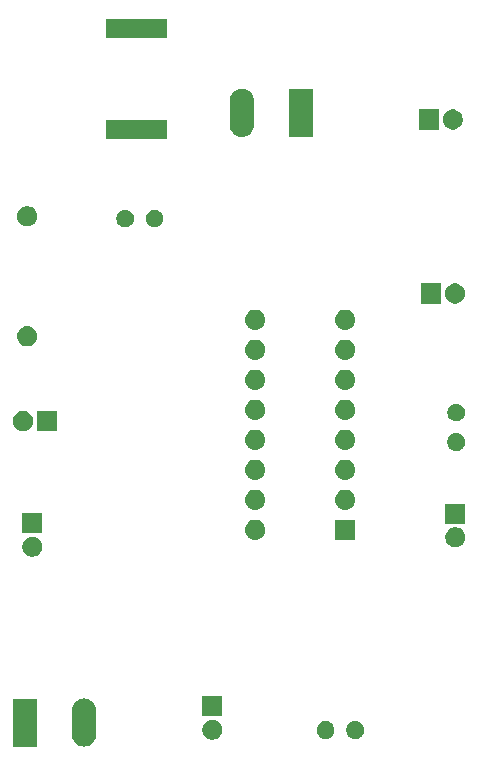
<source format=gbr>
G04 #@! TF.GenerationSoftware,KiCad,Pcbnew,5.0.2-5.fc29*
G04 #@! TF.CreationDate,2019-02-28T05:09:39+01:00*
G04 #@! TF.ProjectId,tea2025b_amp,74656132-3032-4356-925f-616d702e6b69,v1.0*
G04 #@! TF.SameCoordinates,Original*
G04 #@! TF.FileFunction,Soldermask,Bot*
G04 #@! TF.FilePolarity,Negative*
%FSLAX46Y46*%
G04 Gerber Fmt 4.6, Leading zero omitted, Abs format (unit mm)*
G04 Created by KiCad (PCBNEW 5.0.2-5.fc29) date czw, 28 lut 2019, 05:09:39*
%MOMM*%
%LPD*%
G01*
G04 APERTURE LIST*
%ADD10C,0.200000*%
G04 APERTURE END LIST*
D10*
G36*
X88770071Y-151908063D02*
X88900890Y-151947747D01*
X88966301Y-151967589D01*
X89062965Y-152019257D01*
X89147146Y-152064253D01*
X89147148Y-152064254D01*
X89147147Y-152064254D01*
X89305659Y-152194341D01*
X89435746Y-152352852D01*
X89532411Y-152533698D01*
X89552253Y-152599109D01*
X89591937Y-152729928D01*
X89607000Y-152882868D01*
X89607000Y-154965132D01*
X89591937Y-155118072D01*
X89552253Y-155248891D01*
X89532411Y-155314302D01*
X89435746Y-155495148D01*
X89305659Y-155653659D01*
X89147148Y-155783746D01*
X88966302Y-155880411D01*
X88900891Y-155900253D01*
X88770072Y-155939937D01*
X88566000Y-155960036D01*
X88361929Y-155939937D01*
X88231110Y-155900253D01*
X88165699Y-155880411D01*
X87984853Y-155783746D01*
X87826342Y-155653659D01*
X87696255Y-155495148D01*
X87599590Y-155314302D01*
X87579748Y-155248891D01*
X87540064Y-155118072D01*
X87525001Y-154965132D01*
X87525000Y-152882869D01*
X87540063Y-152729929D01*
X87599589Y-152533700D01*
X87599589Y-152533699D01*
X87696254Y-152352853D01*
X87826341Y-152194341D01*
X87984852Y-152064254D01*
X88165698Y-151967589D01*
X88231109Y-151947747D01*
X88361928Y-151908063D01*
X88566000Y-151887964D01*
X88770071Y-151908063D01*
X88770071Y-151908063D01*
G37*
G36*
X84607000Y-155955000D02*
X82525000Y-155955000D01*
X82525000Y-151893000D01*
X84607000Y-151893000D01*
X84607000Y-155955000D01*
X84607000Y-155955000D01*
G37*
G36*
X99689228Y-153708703D02*
X99844100Y-153772853D01*
X99983481Y-153865985D01*
X100102015Y-153984519D01*
X100195147Y-154123900D01*
X100259297Y-154278772D01*
X100292000Y-154443184D01*
X100292000Y-154610816D01*
X100259297Y-154775228D01*
X100195147Y-154930100D01*
X100102015Y-155069481D01*
X99983481Y-155188015D01*
X99844100Y-155281147D01*
X99689228Y-155345297D01*
X99524816Y-155378000D01*
X99357184Y-155378000D01*
X99192772Y-155345297D01*
X99037900Y-155281147D01*
X98898519Y-155188015D01*
X98779985Y-155069481D01*
X98686853Y-154930100D01*
X98622703Y-154775228D01*
X98590000Y-154610816D01*
X98590000Y-154443184D01*
X98622703Y-154278772D01*
X98686853Y-154123900D01*
X98779985Y-153984519D01*
X98898519Y-153865985D01*
X99037900Y-153772853D01*
X99192772Y-153708703D01*
X99357184Y-153676000D01*
X99524816Y-153676000D01*
X99689228Y-153708703D01*
X99689228Y-153708703D01*
G37*
G36*
X109162004Y-153819544D02*
X109249059Y-153836860D01*
X109385732Y-153893472D01*
X109385733Y-153893473D01*
X109508738Y-153975662D01*
X109613338Y-154080262D01*
X109613340Y-154080265D01*
X109695528Y-154203268D01*
X109752140Y-154339941D01*
X109781000Y-154485033D01*
X109781000Y-154632967D01*
X109752140Y-154778059D01*
X109695528Y-154914732D01*
X109695527Y-154914733D01*
X109613338Y-155037738D01*
X109508738Y-155142338D01*
X109508735Y-155142340D01*
X109385732Y-155224528D01*
X109249059Y-155281140D01*
X109162004Y-155298456D01*
X109103969Y-155310000D01*
X108956031Y-155310000D01*
X108897996Y-155298456D01*
X108810941Y-155281140D01*
X108674268Y-155224528D01*
X108551265Y-155142340D01*
X108551262Y-155142338D01*
X108446662Y-155037738D01*
X108364473Y-154914733D01*
X108364472Y-154914732D01*
X108307860Y-154778059D01*
X108279000Y-154632967D01*
X108279000Y-154485033D01*
X108307860Y-154339941D01*
X108364472Y-154203268D01*
X108446660Y-154080265D01*
X108446662Y-154080262D01*
X108551262Y-153975662D01*
X108674267Y-153893473D01*
X108674268Y-153893472D01*
X108810941Y-153836860D01*
X108897996Y-153819544D01*
X108956031Y-153808000D01*
X109103969Y-153808000D01*
X109162004Y-153819544D01*
X109162004Y-153819544D01*
G37*
G36*
X111662004Y-153819544D02*
X111749059Y-153836860D01*
X111885732Y-153893472D01*
X111885733Y-153893473D01*
X112008738Y-153975662D01*
X112113338Y-154080262D01*
X112113340Y-154080265D01*
X112195528Y-154203268D01*
X112252140Y-154339941D01*
X112281000Y-154485033D01*
X112281000Y-154632967D01*
X112252140Y-154778059D01*
X112195528Y-154914732D01*
X112195527Y-154914733D01*
X112113338Y-155037738D01*
X112008738Y-155142338D01*
X112008735Y-155142340D01*
X111885732Y-155224528D01*
X111749059Y-155281140D01*
X111662004Y-155298456D01*
X111603969Y-155310000D01*
X111456031Y-155310000D01*
X111397996Y-155298456D01*
X111310941Y-155281140D01*
X111174268Y-155224528D01*
X111051265Y-155142340D01*
X111051262Y-155142338D01*
X110946662Y-155037738D01*
X110864473Y-154914733D01*
X110864472Y-154914732D01*
X110807860Y-154778059D01*
X110779000Y-154632967D01*
X110779000Y-154485033D01*
X110807860Y-154339941D01*
X110864472Y-154203268D01*
X110946660Y-154080265D01*
X110946662Y-154080262D01*
X111051262Y-153975662D01*
X111174267Y-153893473D01*
X111174268Y-153893472D01*
X111310941Y-153836860D01*
X111397996Y-153819544D01*
X111456031Y-153808000D01*
X111603969Y-153808000D01*
X111662004Y-153819544D01*
X111662004Y-153819544D01*
G37*
G36*
X100292000Y-153378000D02*
X98590000Y-153378000D01*
X98590000Y-151676000D01*
X100292000Y-151676000D01*
X100292000Y-153378000D01*
X100292000Y-153378000D01*
G37*
G36*
X84449228Y-138214703D02*
X84604100Y-138278853D01*
X84743481Y-138371985D01*
X84862015Y-138490519D01*
X84955147Y-138629900D01*
X85019297Y-138784772D01*
X85052000Y-138949184D01*
X85052000Y-139116816D01*
X85019297Y-139281228D01*
X84955147Y-139436100D01*
X84862015Y-139575481D01*
X84743481Y-139694015D01*
X84604100Y-139787147D01*
X84449228Y-139851297D01*
X84284816Y-139884000D01*
X84117184Y-139884000D01*
X83952772Y-139851297D01*
X83797900Y-139787147D01*
X83658519Y-139694015D01*
X83539985Y-139575481D01*
X83446853Y-139436100D01*
X83382703Y-139281228D01*
X83350000Y-139116816D01*
X83350000Y-138949184D01*
X83382703Y-138784772D01*
X83446853Y-138629900D01*
X83539985Y-138490519D01*
X83658519Y-138371985D01*
X83797900Y-138278853D01*
X83952772Y-138214703D01*
X84117184Y-138182000D01*
X84284816Y-138182000D01*
X84449228Y-138214703D01*
X84449228Y-138214703D01*
G37*
G36*
X120263228Y-137421703D02*
X120418100Y-137485853D01*
X120557481Y-137578985D01*
X120676015Y-137697519D01*
X120769147Y-137836900D01*
X120833297Y-137991772D01*
X120866000Y-138156184D01*
X120866000Y-138323816D01*
X120833297Y-138488228D01*
X120769147Y-138643100D01*
X120676015Y-138782481D01*
X120557481Y-138901015D01*
X120418100Y-138994147D01*
X120263228Y-139058297D01*
X120098816Y-139091000D01*
X119931184Y-139091000D01*
X119766772Y-139058297D01*
X119611900Y-138994147D01*
X119472519Y-138901015D01*
X119353985Y-138782481D01*
X119260853Y-138643100D01*
X119196703Y-138488228D01*
X119164000Y-138323816D01*
X119164000Y-138156184D01*
X119196703Y-137991772D01*
X119260853Y-137836900D01*
X119353985Y-137697519D01*
X119472519Y-137578985D01*
X119611900Y-137485853D01*
X119766772Y-137421703D01*
X119931184Y-137389000D01*
X120098816Y-137389000D01*
X120263228Y-137421703D01*
X120263228Y-137421703D01*
G37*
G36*
X103226821Y-136765313D02*
X103226824Y-136765314D01*
X103226825Y-136765314D01*
X103387239Y-136813975D01*
X103387241Y-136813976D01*
X103387244Y-136813977D01*
X103535078Y-136892995D01*
X103664659Y-136999341D01*
X103771005Y-137128922D01*
X103850023Y-137276756D01*
X103850024Y-137276759D01*
X103850025Y-137276761D01*
X103893993Y-137421704D01*
X103898687Y-137437179D01*
X103915117Y-137604000D01*
X103898687Y-137770821D01*
X103898686Y-137770824D01*
X103898686Y-137770825D01*
X103864355Y-137884000D01*
X103850023Y-137931244D01*
X103771005Y-138079078D01*
X103664659Y-138208659D01*
X103535078Y-138315005D01*
X103387244Y-138394023D01*
X103387241Y-138394024D01*
X103387239Y-138394025D01*
X103226825Y-138442686D01*
X103226824Y-138442686D01*
X103226821Y-138442687D01*
X103101804Y-138455000D01*
X103018196Y-138455000D01*
X102893179Y-138442687D01*
X102893176Y-138442686D01*
X102893175Y-138442686D01*
X102732761Y-138394025D01*
X102732759Y-138394024D01*
X102732756Y-138394023D01*
X102584922Y-138315005D01*
X102455341Y-138208659D01*
X102348995Y-138079078D01*
X102269977Y-137931244D01*
X102255646Y-137884000D01*
X102221314Y-137770825D01*
X102221314Y-137770824D01*
X102221313Y-137770821D01*
X102204883Y-137604000D01*
X102221313Y-137437179D01*
X102226007Y-137421704D01*
X102269975Y-137276761D01*
X102269976Y-137276759D01*
X102269977Y-137276756D01*
X102348995Y-137128922D01*
X102455341Y-136999341D01*
X102584922Y-136892995D01*
X102732756Y-136813977D01*
X102732759Y-136813976D01*
X102732761Y-136813975D01*
X102893175Y-136765314D01*
X102893176Y-136765314D01*
X102893179Y-136765313D01*
X103018196Y-136753000D01*
X103101804Y-136753000D01*
X103226821Y-136765313D01*
X103226821Y-136765313D01*
G37*
G36*
X111531000Y-138455000D02*
X109829000Y-138455000D01*
X109829000Y-136753000D01*
X111531000Y-136753000D01*
X111531000Y-138455000D01*
X111531000Y-138455000D01*
G37*
G36*
X85052000Y-137884000D02*
X83350000Y-137884000D01*
X83350000Y-136182000D01*
X85052000Y-136182000D01*
X85052000Y-137884000D01*
X85052000Y-137884000D01*
G37*
G36*
X120866000Y-137091000D02*
X119164000Y-137091000D01*
X119164000Y-135389000D01*
X120866000Y-135389000D01*
X120866000Y-137091000D01*
X120866000Y-137091000D01*
G37*
G36*
X103226821Y-134225313D02*
X103226824Y-134225314D01*
X103226825Y-134225314D01*
X103387239Y-134273975D01*
X103387241Y-134273976D01*
X103387244Y-134273977D01*
X103535078Y-134352995D01*
X103664659Y-134459341D01*
X103771005Y-134588922D01*
X103850023Y-134736756D01*
X103898687Y-134897179D01*
X103915117Y-135064000D01*
X103898687Y-135230821D01*
X103850023Y-135391244D01*
X103771005Y-135539078D01*
X103664659Y-135668659D01*
X103535078Y-135775005D01*
X103387244Y-135854023D01*
X103387241Y-135854024D01*
X103387239Y-135854025D01*
X103226825Y-135902686D01*
X103226824Y-135902686D01*
X103226821Y-135902687D01*
X103101804Y-135915000D01*
X103018196Y-135915000D01*
X102893179Y-135902687D01*
X102893176Y-135902686D01*
X102893175Y-135902686D01*
X102732761Y-135854025D01*
X102732759Y-135854024D01*
X102732756Y-135854023D01*
X102584922Y-135775005D01*
X102455341Y-135668659D01*
X102348995Y-135539078D01*
X102269977Y-135391244D01*
X102221313Y-135230821D01*
X102204883Y-135064000D01*
X102221313Y-134897179D01*
X102269977Y-134736756D01*
X102348995Y-134588922D01*
X102455341Y-134459341D01*
X102584922Y-134352995D01*
X102732756Y-134273977D01*
X102732759Y-134273976D01*
X102732761Y-134273975D01*
X102893175Y-134225314D01*
X102893176Y-134225314D01*
X102893179Y-134225313D01*
X103018196Y-134213000D01*
X103101804Y-134213000D01*
X103226821Y-134225313D01*
X103226821Y-134225313D01*
G37*
G36*
X110846821Y-134225313D02*
X110846824Y-134225314D01*
X110846825Y-134225314D01*
X111007239Y-134273975D01*
X111007241Y-134273976D01*
X111007244Y-134273977D01*
X111155078Y-134352995D01*
X111284659Y-134459341D01*
X111391005Y-134588922D01*
X111470023Y-134736756D01*
X111518687Y-134897179D01*
X111535117Y-135064000D01*
X111518687Y-135230821D01*
X111470023Y-135391244D01*
X111391005Y-135539078D01*
X111284659Y-135668659D01*
X111155078Y-135775005D01*
X111007244Y-135854023D01*
X111007241Y-135854024D01*
X111007239Y-135854025D01*
X110846825Y-135902686D01*
X110846824Y-135902686D01*
X110846821Y-135902687D01*
X110721804Y-135915000D01*
X110638196Y-135915000D01*
X110513179Y-135902687D01*
X110513176Y-135902686D01*
X110513175Y-135902686D01*
X110352761Y-135854025D01*
X110352759Y-135854024D01*
X110352756Y-135854023D01*
X110204922Y-135775005D01*
X110075341Y-135668659D01*
X109968995Y-135539078D01*
X109889977Y-135391244D01*
X109841313Y-135230821D01*
X109824883Y-135064000D01*
X109841313Y-134897179D01*
X109889977Y-134736756D01*
X109968995Y-134588922D01*
X110075341Y-134459341D01*
X110204922Y-134352995D01*
X110352756Y-134273977D01*
X110352759Y-134273976D01*
X110352761Y-134273975D01*
X110513175Y-134225314D01*
X110513176Y-134225314D01*
X110513179Y-134225313D01*
X110638196Y-134213000D01*
X110721804Y-134213000D01*
X110846821Y-134225313D01*
X110846821Y-134225313D01*
G37*
G36*
X110846821Y-131685313D02*
X110846824Y-131685314D01*
X110846825Y-131685314D01*
X111007239Y-131733975D01*
X111007241Y-131733976D01*
X111007244Y-131733977D01*
X111155078Y-131812995D01*
X111284659Y-131919341D01*
X111391005Y-132048922D01*
X111470023Y-132196756D01*
X111518687Y-132357179D01*
X111535117Y-132524000D01*
X111518687Y-132690821D01*
X111470023Y-132851244D01*
X111391005Y-132999078D01*
X111284659Y-133128659D01*
X111155078Y-133235005D01*
X111007244Y-133314023D01*
X111007241Y-133314024D01*
X111007239Y-133314025D01*
X110846825Y-133362686D01*
X110846824Y-133362686D01*
X110846821Y-133362687D01*
X110721804Y-133375000D01*
X110638196Y-133375000D01*
X110513179Y-133362687D01*
X110513176Y-133362686D01*
X110513175Y-133362686D01*
X110352761Y-133314025D01*
X110352759Y-133314024D01*
X110352756Y-133314023D01*
X110204922Y-133235005D01*
X110075341Y-133128659D01*
X109968995Y-132999078D01*
X109889977Y-132851244D01*
X109841313Y-132690821D01*
X109824883Y-132524000D01*
X109841313Y-132357179D01*
X109889977Y-132196756D01*
X109968995Y-132048922D01*
X110075341Y-131919341D01*
X110204922Y-131812995D01*
X110352756Y-131733977D01*
X110352759Y-131733976D01*
X110352761Y-131733975D01*
X110513175Y-131685314D01*
X110513176Y-131685314D01*
X110513179Y-131685313D01*
X110638196Y-131673000D01*
X110721804Y-131673000D01*
X110846821Y-131685313D01*
X110846821Y-131685313D01*
G37*
G36*
X103226821Y-131685313D02*
X103226824Y-131685314D01*
X103226825Y-131685314D01*
X103387239Y-131733975D01*
X103387241Y-131733976D01*
X103387244Y-131733977D01*
X103535078Y-131812995D01*
X103664659Y-131919341D01*
X103771005Y-132048922D01*
X103850023Y-132196756D01*
X103898687Y-132357179D01*
X103915117Y-132524000D01*
X103898687Y-132690821D01*
X103850023Y-132851244D01*
X103771005Y-132999078D01*
X103664659Y-133128659D01*
X103535078Y-133235005D01*
X103387244Y-133314023D01*
X103387241Y-133314024D01*
X103387239Y-133314025D01*
X103226825Y-133362686D01*
X103226824Y-133362686D01*
X103226821Y-133362687D01*
X103101804Y-133375000D01*
X103018196Y-133375000D01*
X102893179Y-133362687D01*
X102893176Y-133362686D01*
X102893175Y-133362686D01*
X102732761Y-133314025D01*
X102732759Y-133314024D01*
X102732756Y-133314023D01*
X102584922Y-133235005D01*
X102455341Y-133128659D01*
X102348995Y-132999078D01*
X102269977Y-132851244D01*
X102221313Y-132690821D01*
X102204883Y-132524000D01*
X102221313Y-132357179D01*
X102269977Y-132196756D01*
X102348995Y-132048922D01*
X102455341Y-131919341D01*
X102584922Y-131812995D01*
X102732756Y-131733977D01*
X102732759Y-131733976D01*
X102732761Y-131733975D01*
X102893175Y-131685314D01*
X102893176Y-131685314D01*
X102893179Y-131685313D01*
X103018196Y-131673000D01*
X103101804Y-131673000D01*
X103226821Y-131685313D01*
X103226821Y-131685313D01*
G37*
G36*
X120210004Y-129435544D02*
X120297059Y-129452860D01*
X120433732Y-129509472D01*
X120433733Y-129509473D01*
X120556738Y-129591662D01*
X120661338Y-129696262D01*
X120661340Y-129696265D01*
X120743528Y-129819268D01*
X120800140Y-129955941D01*
X120829000Y-130101033D01*
X120829000Y-130248967D01*
X120800140Y-130394059D01*
X120743528Y-130530732D01*
X120743527Y-130530733D01*
X120661338Y-130653738D01*
X120556738Y-130758338D01*
X120556735Y-130758340D01*
X120433732Y-130840528D01*
X120297059Y-130897140D01*
X120210004Y-130914456D01*
X120151969Y-130926000D01*
X120004031Y-130926000D01*
X119945996Y-130914456D01*
X119858941Y-130897140D01*
X119722268Y-130840528D01*
X119599265Y-130758340D01*
X119599262Y-130758338D01*
X119494662Y-130653738D01*
X119412473Y-130530733D01*
X119412472Y-130530732D01*
X119355860Y-130394059D01*
X119327000Y-130248967D01*
X119327000Y-130101033D01*
X119355860Y-129955941D01*
X119412472Y-129819268D01*
X119494660Y-129696265D01*
X119494662Y-129696262D01*
X119599262Y-129591662D01*
X119722267Y-129509473D01*
X119722268Y-129509472D01*
X119858941Y-129452860D01*
X119945996Y-129435544D01*
X120004031Y-129424000D01*
X120151969Y-129424000D01*
X120210004Y-129435544D01*
X120210004Y-129435544D01*
G37*
G36*
X103226821Y-129145313D02*
X103226824Y-129145314D01*
X103226825Y-129145314D01*
X103387239Y-129193975D01*
X103387241Y-129193976D01*
X103387244Y-129193977D01*
X103535078Y-129272995D01*
X103664659Y-129379341D01*
X103771005Y-129508922D01*
X103850023Y-129656756D01*
X103898687Y-129817179D01*
X103915117Y-129984000D01*
X103898687Y-130150821D01*
X103850023Y-130311244D01*
X103771005Y-130459078D01*
X103664659Y-130588659D01*
X103535078Y-130695005D01*
X103387244Y-130774023D01*
X103387241Y-130774024D01*
X103387239Y-130774025D01*
X103226825Y-130822686D01*
X103226824Y-130822686D01*
X103226821Y-130822687D01*
X103101804Y-130835000D01*
X103018196Y-130835000D01*
X102893179Y-130822687D01*
X102893176Y-130822686D01*
X102893175Y-130822686D01*
X102732761Y-130774025D01*
X102732759Y-130774024D01*
X102732756Y-130774023D01*
X102584922Y-130695005D01*
X102455341Y-130588659D01*
X102348995Y-130459078D01*
X102269977Y-130311244D01*
X102221313Y-130150821D01*
X102204883Y-129984000D01*
X102221313Y-129817179D01*
X102269977Y-129656756D01*
X102348995Y-129508922D01*
X102455341Y-129379341D01*
X102584922Y-129272995D01*
X102732756Y-129193977D01*
X102732759Y-129193976D01*
X102732761Y-129193975D01*
X102893175Y-129145314D01*
X102893176Y-129145314D01*
X102893179Y-129145313D01*
X103018196Y-129133000D01*
X103101804Y-129133000D01*
X103226821Y-129145313D01*
X103226821Y-129145313D01*
G37*
G36*
X110846821Y-129145313D02*
X110846824Y-129145314D01*
X110846825Y-129145314D01*
X111007239Y-129193975D01*
X111007241Y-129193976D01*
X111007244Y-129193977D01*
X111155078Y-129272995D01*
X111284659Y-129379341D01*
X111391005Y-129508922D01*
X111470023Y-129656756D01*
X111518687Y-129817179D01*
X111535117Y-129984000D01*
X111518687Y-130150821D01*
X111470023Y-130311244D01*
X111391005Y-130459078D01*
X111284659Y-130588659D01*
X111155078Y-130695005D01*
X111007244Y-130774023D01*
X111007241Y-130774024D01*
X111007239Y-130774025D01*
X110846825Y-130822686D01*
X110846824Y-130822686D01*
X110846821Y-130822687D01*
X110721804Y-130835000D01*
X110638196Y-130835000D01*
X110513179Y-130822687D01*
X110513176Y-130822686D01*
X110513175Y-130822686D01*
X110352761Y-130774025D01*
X110352759Y-130774024D01*
X110352756Y-130774023D01*
X110204922Y-130695005D01*
X110075341Y-130588659D01*
X109968995Y-130459078D01*
X109889977Y-130311244D01*
X109841313Y-130150821D01*
X109824883Y-129984000D01*
X109841313Y-129817179D01*
X109889977Y-129656756D01*
X109968995Y-129508922D01*
X110075341Y-129379341D01*
X110204922Y-129272995D01*
X110352756Y-129193977D01*
X110352759Y-129193976D01*
X110352761Y-129193975D01*
X110513175Y-129145314D01*
X110513176Y-129145314D01*
X110513179Y-129145313D01*
X110638196Y-129133000D01*
X110721804Y-129133000D01*
X110846821Y-129145313D01*
X110846821Y-129145313D01*
G37*
G36*
X86258500Y-129248000D02*
X84556500Y-129248000D01*
X84556500Y-127546000D01*
X86258500Y-127546000D01*
X86258500Y-129248000D01*
X86258500Y-129248000D01*
G37*
G36*
X83655728Y-127578703D02*
X83810600Y-127642853D01*
X83949981Y-127735985D01*
X84068515Y-127854519D01*
X84161647Y-127993900D01*
X84225797Y-128148772D01*
X84258500Y-128313184D01*
X84258500Y-128480816D01*
X84225797Y-128645228D01*
X84161647Y-128800100D01*
X84068515Y-128939481D01*
X83949981Y-129058015D01*
X83810600Y-129151147D01*
X83655728Y-129215297D01*
X83491316Y-129248000D01*
X83323684Y-129248000D01*
X83159272Y-129215297D01*
X83004400Y-129151147D01*
X82865019Y-129058015D01*
X82746485Y-128939481D01*
X82653353Y-128800100D01*
X82589203Y-128645228D01*
X82556500Y-128480816D01*
X82556500Y-128313184D01*
X82589203Y-128148772D01*
X82653353Y-127993900D01*
X82746485Y-127854519D01*
X82865019Y-127735985D01*
X83004400Y-127642853D01*
X83159272Y-127578703D01*
X83323684Y-127546000D01*
X83491316Y-127546000D01*
X83655728Y-127578703D01*
X83655728Y-127578703D01*
G37*
G36*
X120210004Y-126935544D02*
X120297059Y-126952860D01*
X120433732Y-127009472D01*
X120433733Y-127009473D01*
X120556738Y-127091662D01*
X120661338Y-127196262D01*
X120661340Y-127196265D01*
X120743528Y-127319268D01*
X120800140Y-127455941D01*
X120817456Y-127542996D01*
X120824559Y-127578703D01*
X120829000Y-127601033D01*
X120829000Y-127748967D01*
X120800140Y-127894059D01*
X120743528Y-128030732D01*
X120664656Y-128148772D01*
X120661338Y-128153738D01*
X120556738Y-128258338D01*
X120556735Y-128258340D01*
X120433732Y-128340528D01*
X120297059Y-128397140D01*
X120210004Y-128414456D01*
X120151969Y-128426000D01*
X120004031Y-128426000D01*
X119945996Y-128414456D01*
X119858941Y-128397140D01*
X119722268Y-128340528D01*
X119599265Y-128258340D01*
X119599262Y-128258338D01*
X119494662Y-128153738D01*
X119491344Y-128148772D01*
X119412472Y-128030732D01*
X119355860Y-127894059D01*
X119327000Y-127748967D01*
X119327000Y-127601033D01*
X119331442Y-127578703D01*
X119338544Y-127542996D01*
X119355860Y-127455941D01*
X119412472Y-127319268D01*
X119494660Y-127196265D01*
X119494662Y-127196262D01*
X119599262Y-127091662D01*
X119722267Y-127009473D01*
X119722268Y-127009472D01*
X119858941Y-126952860D01*
X119945996Y-126935544D01*
X120004031Y-126924000D01*
X120151969Y-126924000D01*
X120210004Y-126935544D01*
X120210004Y-126935544D01*
G37*
G36*
X110846821Y-126605313D02*
X110846824Y-126605314D01*
X110846825Y-126605314D01*
X111007239Y-126653975D01*
X111007241Y-126653976D01*
X111007244Y-126653977D01*
X111155078Y-126732995D01*
X111284659Y-126839341D01*
X111391005Y-126968922D01*
X111470023Y-127116756D01*
X111518687Y-127277179D01*
X111535117Y-127444000D01*
X111518687Y-127610821D01*
X111518686Y-127610824D01*
X111518686Y-127610825D01*
X111476781Y-127748969D01*
X111470023Y-127771244D01*
X111391005Y-127919078D01*
X111284659Y-128048659D01*
X111155078Y-128155005D01*
X111007244Y-128234023D01*
X111007241Y-128234024D01*
X111007239Y-128234025D01*
X110846825Y-128282686D01*
X110846824Y-128282686D01*
X110846821Y-128282687D01*
X110721804Y-128295000D01*
X110638196Y-128295000D01*
X110513179Y-128282687D01*
X110513176Y-128282686D01*
X110513175Y-128282686D01*
X110352761Y-128234025D01*
X110352759Y-128234024D01*
X110352756Y-128234023D01*
X110204922Y-128155005D01*
X110075341Y-128048659D01*
X109968995Y-127919078D01*
X109889977Y-127771244D01*
X109883220Y-127748969D01*
X109841314Y-127610825D01*
X109841314Y-127610824D01*
X109841313Y-127610821D01*
X109824883Y-127444000D01*
X109841313Y-127277179D01*
X109889977Y-127116756D01*
X109968995Y-126968922D01*
X110075341Y-126839341D01*
X110204922Y-126732995D01*
X110352756Y-126653977D01*
X110352759Y-126653976D01*
X110352761Y-126653975D01*
X110513175Y-126605314D01*
X110513176Y-126605314D01*
X110513179Y-126605313D01*
X110638196Y-126593000D01*
X110721804Y-126593000D01*
X110846821Y-126605313D01*
X110846821Y-126605313D01*
G37*
G36*
X103226821Y-126605313D02*
X103226824Y-126605314D01*
X103226825Y-126605314D01*
X103387239Y-126653975D01*
X103387241Y-126653976D01*
X103387244Y-126653977D01*
X103535078Y-126732995D01*
X103664659Y-126839341D01*
X103771005Y-126968922D01*
X103850023Y-127116756D01*
X103898687Y-127277179D01*
X103915117Y-127444000D01*
X103898687Y-127610821D01*
X103898686Y-127610824D01*
X103898686Y-127610825D01*
X103856781Y-127748969D01*
X103850023Y-127771244D01*
X103771005Y-127919078D01*
X103664659Y-128048659D01*
X103535078Y-128155005D01*
X103387244Y-128234023D01*
X103387241Y-128234024D01*
X103387239Y-128234025D01*
X103226825Y-128282686D01*
X103226824Y-128282686D01*
X103226821Y-128282687D01*
X103101804Y-128295000D01*
X103018196Y-128295000D01*
X102893179Y-128282687D01*
X102893176Y-128282686D01*
X102893175Y-128282686D01*
X102732761Y-128234025D01*
X102732759Y-128234024D01*
X102732756Y-128234023D01*
X102584922Y-128155005D01*
X102455341Y-128048659D01*
X102348995Y-127919078D01*
X102269977Y-127771244D01*
X102263220Y-127748969D01*
X102221314Y-127610825D01*
X102221314Y-127610824D01*
X102221313Y-127610821D01*
X102204883Y-127444000D01*
X102221313Y-127277179D01*
X102269977Y-127116756D01*
X102348995Y-126968922D01*
X102455341Y-126839341D01*
X102584922Y-126732995D01*
X102732756Y-126653977D01*
X102732759Y-126653976D01*
X102732761Y-126653975D01*
X102893175Y-126605314D01*
X102893176Y-126605314D01*
X102893179Y-126605313D01*
X103018196Y-126593000D01*
X103101804Y-126593000D01*
X103226821Y-126605313D01*
X103226821Y-126605313D01*
G37*
G36*
X103226821Y-124065313D02*
X103226824Y-124065314D01*
X103226825Y-124065314D01*
X103387239Y-124113975D01*
X103387241Y-124113976D01*
X103387244Y-124113977D01*
X103535078Y-124192995D01*
X103664659Y-124299341D01*
X103771005Y-124428922D01*
X103850023Y-124576756D01*
X103898687Y-124737179D01*
X103915117Y-124904000D01*
X103898687Y-125070821D01*
X103850023Y-125231244D01*
X103771005Y-125379078D01*
X103664659Y-125508659D01*
X103535078Y-125615005D01*
X103387244Y-125694023D01*
X103387241Y-125694024D01*
X103387239Y-125694025D01*
X103226825Y-125742686D01*
X103226824Y-125742686D01*
X103226821Y-125742687D01*
X103101804Y-125755000D01*
X103018196Y-125755000D01*
X102893179Y-125742687D01*
X102893176Y-125742686D01*
X102893175Y-125742686D01*
X102732761Y-125694025D01*
X102732759Y-125694024D01*
X102732756Y-125694023D01*
X102584922Y-125615005D01*
X102455341Y-125508659D01*
X102348995Y-125379078D01*
X102269977Y-125231244D01*
X102221313Y-125070821D01*
X102204883Y-124904000D01*
X102221313Y-124737179D01*
X102269977Y-124576756D01*
X102348995Y-124428922D01*
X102455341Y-124299341D01*
X102584922Y-124192995D01*
X102732756Y-124113977D01*
X102732759Y-124113976D01*
X102732761Y-124113975D01*
X102893175Y-124065314D01*
X102893176Y-124065314D01*
X102893179Y-124065313D01*
X103018196Y-124053000D01*
X103101804Y-124053000D01*
X103226821Y-124065313D01*
X103226821Y-124065313D01*
G37*
G36*
X110846821Y-124065313D02*
X110846824Y-124065314D01*
X110846825Y-124065314D01*
X111007239Y-124113975D01*
X111007241Y-124113976D01*
X111007244Y-124113977D01*
X111155078Y-124192995D01*
X111284659Y-124299341D01*
X111391005Y-124428922D01*
X111470023Y-124576756D01*
X111518687Y-124737179D01*
X111535117Y-124904000D01*
X111518687Y-125070821D01*
X111470023Y-125231244D01*
X111391005Y-125379078D01*
X111284659Y-125508659D01*
X111155078Y-125615005D01*
X111007244Y-125694023D01*
X111007241Y-125694024D01*
X111007239Y-125694025D01*
X110846825Y-125742686D01*
X110846824Y-125742686D01*
X110846821Y-125742687D01*
X110721804Y-125755000D01*
X110638196Y-125755000D01*
X110513179Y-125742687D01*
X110513176Y-125742686D01*
X110513175Y-125742686D01*
X110352761Y-125694025D01*
X110352759Y-125694024D01*
X110352756Y-125694023D01*
X110204922Y-125615005D01*
X110075341Y-125508659D01*
X109968995Y-125379078D01*
X109889977Y-125231244D01*
X109841313Y-125070821D01*
X109824883Y-124904000D01*
X109841313Y-124737179D01*
X109889977Y-124576756D01*
X109968995Y-124428922D01*
X110075341Y-124299341D01*
X110204922Y-124192995D01*
X110352756Y-124113977D01*
X110352759Y-124113976D01*
X110352761Y-124113975D01*
X110513175Y-124065314D01*
X110513176Y-124065314D01*
X110513179Y-124065313D01*
X110638196Y-124053000D01*
X110721804Y-124053000D01*
X110846821Y-124065313D01*
X110846821Y-124065313D01*
G37*
G36*
X110846821Y-121525313D02*
X110846824Y-121525314D01*
X110846825Y-121525314D01*
X111007239Y-121573975D01*
X111007241Y-121573976D01*
X111007244Y-121573977D01*
X111155078Y-121652995D01*
X111284659Y-121759341D01*
X111391005Y-121888922D01*
X111470023Y-122036756D01*
X111470024Y-122036759D01*
X111470025Y-122036761D01*
X111481018Y-122073000D01*
X111518687Y-122197179D01*
X111535117Y-122364000D01*
X111518687Y-122530821D01*
X111470023Y-122691244D01*
X111391005Y-122839078D01*
X111284659Y-122968659D01*
X111155078Y-123075005D01*
X111007244Y-123154023D01*
X111007241Y-123154024D01*
X111007239Y-123154025D01*
X110846825Y-123202686D01*
X110846824Y-123202686D01*
X110846821Y-123202687D01*
X110721804Y-123215000D01*
X110638196Y-123215000D01*
X110513179Y-123202687D01*
X110513176Y-123202686D01*
X110513175Y-123202686D01*
X110352761Y-123154025D01*
X110352759Y-123154024D01*
X110352756Y-123154023D01*
X110204922Y-123075005D01*
X110075341Y-122968659D01*
X109968995Y-122839078D01*
X109889977Y-122691244D01*
X109841313Y-122530821D01*
X109824883Y-122364000D01*
X109841313Y-122197179D01*
X109878982Y-122073000D01*
X109889975Y-122036761D01*
X109889976Y-122036759D01*
X109889977Y-122036756D01*
X109968995Y-121888922D01*
X110075341Y-121759341D01*
X110204922Y-121652995D01*
X110352756Y-121573977D01*
X110352759Y-121573976D01*
X110352761Y-121573975D01*
X110513175Y-121525314D01*
X110513176Y-121525314D01*
X110513179Y-121525313D01*
X110638196Y-121513000D01*
X110721804Y-121513000D01*
X110846821Y-121525313D01*
X110846821Y-121525313D01*
G37*
G36*
X103226821Y-121525313D02*
X103226824Y-121525314D01*
X103226825Y-121525314D01*
X103387239Y-121573975D01*
X103387241Y-121573976D01*
X103387244Y-121573977D01*
X103535078Y-121652995D01*
X103664659Y-121759341D01*
X103771005Y-121888922D01*
X103850023Y-122036756D01*
X103850024Y-122036759D01*
X103850025Y-122036761D01*
X103861018Y-122073000D01*
X103898687Y-122197179D01*
X103915117Y-122364000D01*
X103898687Y-122530821D01*
X103850023Y-122691244D01*
X103771005Y-122839078D01*
X103664659Y-122968659D01*
X103535078Y-123075005D01*
X103387244Y-123154023D01*
X103387241Y-123154024D01*
X103387239Y-123154025D01*
X103226825Y-123202686D01*
X103226824Y-123202686D01*
X103226821Y-123202687D01*
X103101804Y-123215000D01*
X103018196Y-123215000D01*
X102893179Y-123202687D01*
X102893176Y-123202686D01*
X102893175Y-123202686D01*
X102732761Y-123154025D01*
X102732759Y-123154024D01*
X102732756Y-123154023D01*
X102584922Y-123075005D01*
X102455341Y-122968659D01*
X102348995Y-122839078D01*
X102269977Y-122691244D01*
X102221313Y-122530821D01*
X102204883Y-122364000D01*
X102221313Y-122197179D01*
X102258982Y-122073000D01*
X102269975Y-122036761D01*
X102269976Y-122036759D01*
X102269977Y-122036756D01*
X102348995Y-121888922D01*
X102455341Y-121759341D01*
X102584922Y-121652995D01*
X102732756Y-121573977D01*
X102732759Y-121573976D01*
X102732761Y-121573975D01*
X102893175Y-121525314D01*
X102893176Y-121525314D01*
X102893179Y-121525313D01*
X103018196Y-121513000D01*
X103101804Y-121513000D01*
X103226821Y-121525313D01*
X103226821Y-121525313D01*
G37*
G36*
X83923321Y-120383313D02*
X83923324Y-120383314D01*
X83923325Y-120383314D01*
X84083739Y-120431975D01*
X84083741Y-120431976D01*
X84083744Y-120431977D01*
X84231578Y-120510995D01*
X84361159Y-120617341D01*
X84467505Y-120746922D01*
X84546523Y-120894756D01*
X84595187Y-121055179D01*
X84611617Y-121222000D01*
X84595187Y-121388821D01*
X84595186Y-121388824D01*
X84595186Y-121388825D01*
X84553783Y-121525314D01*
X84546523Y-121549244D01*
X84467505Y-121697078D01*
X84361159Y-121826659D01*
X84231578Y-121933005D01*
X84083744Y-122012023D01*
X84083741Y-122012024D01*
X84083739Y-122012025D01*
X83923325Y-122060686D01*
X83923324Y-122060686D01*
X83923321Y-122060687D01*
X83798304Y-122073000D01*
X83714696Y-122073000D01*
X83589679Y-122060687D01*
X83589676Y-122060686D01*
X83589675Y-122060686D01*
X83429261Y-122012025D01*
X83429259Y-122012024D01*
X83429256Y-122012023D01*
X83281422Y-121933005D01*
X83151841Y-121826659D01*
X83045495Y-121697078D01*
X82966477Y-121549244D01*
X82959218Y-121525314D01*
X82917814Y-121388825D01*
X82917814Y-121388824D01*
X82917813Y-121388821D01*
X82901383Y-121222000D01*
X82917813Y-121055179D01*
X82966477Y-120894756D01*
X83045495Y-120746922D01*
X83151841Y-120617341D01*
X83281422Y-120510995D01*
X83429256Y-120431977D01*
X83429259Y-120431976D01*
X83429261Y-120431975D01*
X83589675Y-120383314D01*
X83589676Y-120383314D01*
X83589679Y-120383313D01*
X83714696Y-120371000D01*
X83798304Y-120371000D01*
X83923321Y-120383313D01*
X83923321Y-120383313D01*
G37*
G36*
X110846821Y-118985313D02*
X110846824Y-118985314D01*
X110846825Y-118985314D01*
X111007239Y-119033975D01*
X111007241Y-119033976D01*
X111007244Y-119033977D01*
X111155078Y-119112995D01*
X111284659Y-119219341D01*
X111391005Y-119348922D01*
X111470023Y-119496756D01*
X111518687Y-119657179D01*
X111535117Y-119824000D01*
X111518687Y-119990821D01*
X111470023Y-120151244D01*
X111391005Y-120299078D01*
X111284659Y-120428659D01*
X111155078Y-120535005D01*
X111007244Y-120614023D01*
X111007241Y-120614024D01*
X111007239Y-120614025D01*
X110846825Y-120662686D01*
X110846824Y-120662686D01*
X110846821Y-120662687D01*
X110721804Y-120675000D01*
X110638196Y-120675000D01*
X110513179Y-120662687D01*
X110513176Y-120662686D01*
X110513175Y-120662686D01*
X110352761Y-120614025D01*
X110352759Y-120614024D01*
X110352756Y-120614023D01*
X110204922Y-120535005D01*
X110075341Y-120428659D01*
X109968995Y-120299078D01*
X109889977Y-120151244D01*
X109841313Y-119990821D01*
X109824883Y-119824000D01*
X109841313Y-119657179D01*
X109889977Y-119496756D01*
X109968995Y-119348922D01*
X110075341Y-119219341D01*
X110204922Y-119112995D01*
X110352756Y-119033977D01*
X110352759Y-119033976D01*
X110352761Y-119033975D01*
X110513175Y-118985314D01*
X110513176Y-118985314D01*
X110513179Y-118985313D01*
X110638196Y-118973000D01*
X110721804Y-118973000D01*
X110846821Y-118985313D01*
X110846821Y-118985313D01*
G37*
G36*
X103226821Y-118985313D02*
X103226824Y-118985314D01*
X103226825Y-118985314D01*
X103387239Y-119033975D01*
X103387241Y-119033976D01*
X103387244Y-119033977D01*
X103535078Y-119112995D01*
X103664659Y-119219341D01*
X103771005Y-119348922D01*
X103850023Y-119496756D01*
X103898687Y-119657179D01*
X103915117Y-119824000D01*
X103898687Y-119990821D01*
X103850023Y-120151244D01*
X103771005Y-120299078D01*
X103664659Y-120428659D01*
X103535078Y-120535005D01*
X103387244Y-120614023D01*
X103387241Y-120614024D01*
X103387239Y-120614025D01*
X103226825Y-120662686D01*
X103226824Y-120662686D01*
X103226821Y-120662687D01*
X103101804Y-120675000D01*
X103018196Y-120675000D01*
X102893179Y-120662687D01*
X102893176Y-120662686D01*
X102893175Y-120662686D01*
X102732761Y-120614025D01*
X102732759Y-120614024D01*
X102732756Y-120614023D01*
X102584922Y-120535005D01*
X102455341Y-120428659D01*
X102348995Y-120299078D01*
X102269977Y-120151244D01*
X102221313Y-119990821D01*
X102204883Y-119824000D01*
X102221313Y-119657179D01*
X102269977Y-119496756D01*
X102348995Y-119348922D01*
X102455341Y-119219341D01*
X102584922Y-119112995D01*
X102732756Y-119033977D01*
X102732759Y-119033976D01*
X102732761Y-119033975D01*
X102893175Y-118985314D01*
X102893176Y-118985314D01*
X102893179Y-118985313D01*
X103018196Y-118973000D01*
X103101804Y-118973000D01*
X103226821Y-118985313D01*
X103226821Y-118985313D01*
G37*
G36*
X118834000Y-118453000D02*
X117132000Y-118453000D01*
X117132000Y-116751000D01*
X118834000Y-116751000D01*
X118834000Y-118453000D01*
X118834000Y-118453000D01*
G37*
G36*
X120231228Y-116783703D02*
X120386100Y-116847853D01*
X120525481Y-116940985D01*
X120644015Y-117059519D01*
X120737147Y-117198900D01*
X120801297Y-117353772D01*
X120834000Y-117518184D01*
X120834000Y-117685816D01*
X120801297Y-117850228D01*
X120737147Y-118005100D01*
X120644015Y-118144481D01*
X120525481Y-118263015D01*
X120386100Y-118356147D01*
X120231228Y-118420297D01*
X120066816Y-118453000D01*
X119899184Y-118453000D01*
X119734772Y-118420297D01*
X119579900Y-118356147D01*
X119440519Y-118263015D01*
X119321985Y-118144481D01*
X119228853Y-118005100D01*
X119164703Y-117850228D01*
X119132000Y-117685816D01*
X119132000Y-117518184D01*
X119164703Y-117353772D01*
X119228853Y-117198900D01*
X119321985Y-117059519D01*
X119440519Y-116940985D01*
X119579900Y-116847853D01*
X119734772Y-116783703D01*
X119899184Y-116751000D01*
X120066816Y-116751000D01*
X120231228Y-116783703D01*
X120231228Y-116783703D01*
G37*
G36*
X92183504Y-110512544D02*
X92270559Y-110529860D01*
X92407232Y-110586472D01*
X92407233Y-110586473D01*
X92530238Y-110668662D01*
X92634838Y-110773262D01*
X92634840Y-110773265D01*
X92717028Y-110896268D01*
X92773640Y-111032941D01*
X92802500Y-111178033D01*
X92802500Y-111325967D01*
X92773640Y-111471059D01*
X92717028Y-111607732D01*
X92717027Y-111607733D01*
X92634838Y-111730738D01*
X92530238Y-111835338D01*
X92530235Y-111835340D01*
X92407232Y-111917528D01*
X92270559Y-111974140D01*
X92183504Y-111991456D01*
X92125469Y-112003000D01*
X91977531Y-112003000D01*
X91919496Y-111991456D01*
X91832441Y-111974140D01*
X91695768Y-111917528D01*
X91572765Y-111835340D01*
X91572762Y-111835338D01*
X91468162Y-111730738D01*
X91385973Y-111607733D01*
X91385972Y-111607732D01*
X91329360Y-111471059D01*
X91300500Y-111325967D01*
X91300500Y-111178033D01*
X91329360Y-111032941D01*
X91385972Y-110896268D01*
X91468160Y-110773265D01*
X91468162Y-110773262D01*
X91572762Y-110668662D01*
X91695767Y-110586473D01*
X91695768Y-110586472D01*
X91832441Y-110529860D01*
X91919496Y-110512544D01*
X91977531Y-110501000D01*
X92125469Y-110501000D01*
X92183504Y-110512544D01*
X92183504Y-110512544D01*
G37*
G36*
X94683504Y-110512544D02*
X94770559Y-110529860D01*
X94907232Y-110586472D01*
X94907233Y-110586473D01*
X95030238Y-110668662D01*
X95134838Y-110773262D01*
X95134840Y-110773265D01*
X95217028Y-110896268D01*
X95273640Y-111032941D01*
X95302500Y-111178033D01*
X95302500Y-111325967D01*
X95273640Y-111471059D01*
X95217028Y-111607732D01*
X95217027Y-111607733D01*
X95134838Y-111730738D01*
X95030238Y-111835338D01*
X95030235Y-111835340D01*
X94907232Y-111917528D01*
X94770559Y-111974140D01*
X94683504Y-111991456D01*
X94625469Y-112003000D01*
X94477531Y-112003000D01*
X94419496Y-111991456D01*
X94332441Y-111974140D01*
X94195768Y-111917528D01*
X94072765Y-111835340D01*
X94072762Y-111835338D01*
X93968162Y-111730738D01*
X93885973Y-111607733D01*
X93885972Y-111607732D01*
X93829360Y-111471059D01*
X93800500Y-111325967D01*
X93800500Y-111178033D01*
X93829360Y-111032941D01*
X93885972Y-110896268D01*
X93968160Y-110773265D01*
X93968162Y-110773262D01*
X94072762Y-110668662D01*
X94195767Y-110586473D01*
X94195768Y-110586472D01*
X94332441Y-110529860D01*
X94419496Y-110512544D01*
X94477531Y-110501000D01*
X94625469Y-110501000D01*
X94683504Y-110512544D01*
X94683504Y-110512544D01*
G37*
G36*
X84004728Y-110243703D02*
X84159600Y-110307853D01*
X84298981Y-110400985D01*
X84417515Y-110519519D01*
X84510647Y-110658900D01*
X84574797Y-110813772D01*
X84607500Y-110978184D01*
X84607500Y-111145816D01*
X84574797Y-111310228D01*
X84510647Y-111465100D01*
X84417515Y-111604481D01*
X84298981Y-111723015D01*
X84159600Y-111816147D01*
X84004728Y-111880297D01*
X83840316Y-111913000D01*
X83672684Y-111913000D01*
X83508272Y-111880297D01*
X83353400Y-111816147D01*
X83214019Y-111723015D01*
X83095485Y-111604481D01*
X83002353Y-111465100D01*
X82938203Y-111310228D01*
X82905500Y-111145816D01*
X82905500Y-110978184D01*
X82938203Y-110813772D01*
X83002353Y-110658900D01*
X83095485Y-110519519D01*
X83214019Y-110400985D01*
X83353400Y-110307853D01*
X83508272Y-110243703D01*
X83672684Y-110211000D01*
X83840316Y-110211000D01*
X84004728Y-110243703D01*
X84004728Y-110243703D01*
G37*
G36*
X95618500Y-104492000D02*
X90436500Y-104492000D01*
X90436500Y-102890000D01*
X95618500Y-102890000D01*
X95618500Y-104492000D01*
X95618500Y-104492000D01*
G37*
G36*
X102138072Y-100282063D02*
X102268891Y-100321747D01*
X102334302Y-100341589D01*
X102515148Y-100438254D01*
X102673659Y-100568341D01*
X102803746Y-100726852D01*
X102900411Y-100907698D01*
X102900411Y-100907699D01*
X102959937Y-101103928D01*
X102975000Y-101256868D01*
X102975000Y-103339132D01*
X102959937Y-103492072D01*
X102920253Y-103622891D01*
X102900411Y-103688302D01*
X102803746Y-103869148D01*
X102673659Y-104027659D01*
X102515146Y-104157747D01*
X102430965Y-104202743D01*
X102334301Y-104254411D01*
X102268890Y-104274253D01*
X102138071Y-104313937D01*
X101934000Y-104334036D01*
X101729928Y-104313937D01*
X101599109Y-104274253D01*
X101533698Y-104254411D01*
X101352852Y-104157746D01*
X101194341Y-104027659D01*
X101064254Y-103869147D01*
X100967589Y-103688301D01*
X100919877Y-103531015D01*
X100908063Y-103492071D01*
X100893000Y-103339131D01*
X100893001Y-101256868D01*
X100908064Y-101103928D01*
X100967590Y-100907699D01*
X100967590Y-100907698D01*
X101064255Y-100726852D01*
X101194342Y-100568341D01*
X101352853Y-100438254D01*
X101533699Y-100341589D01*
X101599110Y-100321747D01*
X101729929Y-100282063D01*
X101934000Y-100261964D01*
X102138072Y-100282063D01*
X102138072Y-100282063D01*
G37*
G36*
X107975000Y-104329000D02*
X105893000Y-104329000D01*
X105893000Y-100267000D01*
X107975000Y-100267000D01*
X107975000Y-104329000D01*
X107975000Y-104329000D01*
G37*
G36*
X120040228Y-102051703D02*
X120195100Y-102115853D01*
X120334481Y-102208985D01*
X120453015Y-102327519D01*
X120546147Y-102466900D01*
X120610297Y-102621772D01*
X120643000Y-102786184D01*
X120643000Y-102953816D01*
X120610297Y-103118228D01*
X120546147Y-103273100D01*
X120453015Y-103412481D01*
X120334481Y-103531015D01*
X120195100Y-103624147D01*
X120040228Y-103688297D01*
X119875816Y-103721000D01*
X119708184Y-103721000D01*
X119543772Y-103688297D01*
X119388900Y-103624147D01*
X119249519Y-103531015D01*
X119130985Y-103412481D01*
X119037853Y-103273100D01*
X118973703Y-103118228D01*
X118941000Y-102953816D01*
X118941000Y-102786184D01*
X118973703Y-102621772D01*
X119037853Y-102466900D01*
X119130985Y-102327519D01*
X119249519Y-102208985D01*
X119388900Y-102115853D01*
X119543772Y-102051703D01*
X119708184Y-102019000D01*
X119875816Y-102019000D01*
X120040228Y-102051703D01*
X120040228Y-102051703D01*
G37*
G36*
X118643000Y-103721000D02*
X116941000Y-103721000D01*
X116941000Y-102019000D01*
X118643000Y-102019000D01*
X118643000Y-103721000D01*
X118643000Y-103721000D01*
G37*
G36*
X95618500Y-95992000D02*
X90436500Y-95992000D01*
X90436500Y-94390000D01*
X95618500Y-94390000D01*
X95618500Y-95992000D01*
X95618500Y-95992000D01*
G37*
M02*

</source>
